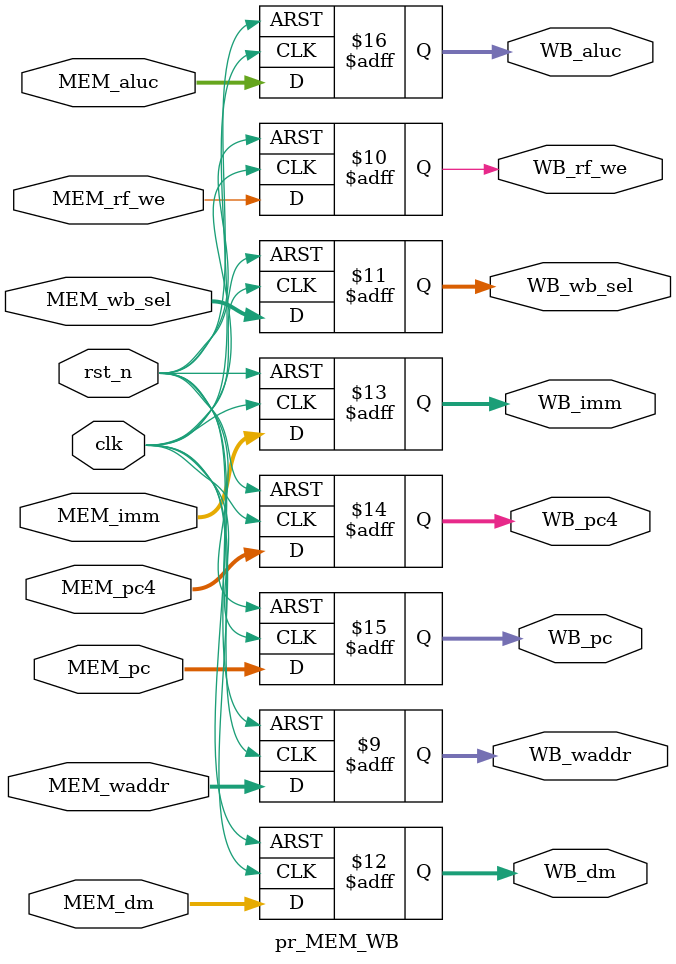
<source format=v>
`timescale 1ns / 1ps


module pr_MEM_WB(
    input wire clk,
    input wire rst_n,
    input wire [1:0] MEM_wb_sel,  
    input wire MEM_rf_we,
    input wire [4:0] MEM_waddr,
    input wire [31:0] MEM_dm,
    input wire [31:0] MEM_aluc,

    output reg [1:0] WB_wb_sel,
    output reg WB_rf_we,
    output reg [4:0] WB_waddr,
    output reg [31:0] WB_dm,

    input wire [31:0] MEM_pc,
    input wire [31:0] MEM_pc4,
    input wire [31:0] MEM_imm,
    output reg [31:0] WB_pc,
    output reg [31:0] WB_pc4,
    output reg [31:0] WB_imm,
    output reg [31:0] WB_aluc
    );

always @ (posedge clk or posedge rst_n) begin
    if( rst_n) WB_aluc <= 32'b0;
    else WB_aluc <= MEM_aluc;
end

always @ (posedge clk or posedge rst_n) begin
    if( rst_n) WB_pc <= 32'b0;
    else WB_pc <= MEM_pc;
end

always @ (posedge clk or posedge rst_n) begin
    if( rst_n) WB_pc4 <= 32'b0;
    else WB_pc4 <= MEM_pc4;
end

always @ (posedge clk or posedge rst_n) begin
    if( rst_n) WB_imm <= 32'b0;
    else WB_imm <= MEM_imm;
end

always @ (posedge clk or posedge rst_n) begin
    if( rst_n) WB_dm <= 32'b0;
    else WB_dm <= MEM_dm;
end

always @ (posedge clk or posedge rst_n) begin
    if( rst_n) WB_wb_sel <= 2'b0;
    else WB_wb_sel <= MEM_wb_sel;
end

always @ (posedge clk or posedge rst_n) begin
    if( rst_n) WB_rf_we <= 1'b0;
    else WB_rf_we <= MEM_rf_we;
end

always @ (posedge clk or posedge rst_n) begin
    if( rst_n) WB_waddr <= 5'b0;
    else WB_waddr <= MEM_waddr;
end


endmodule

</source>
